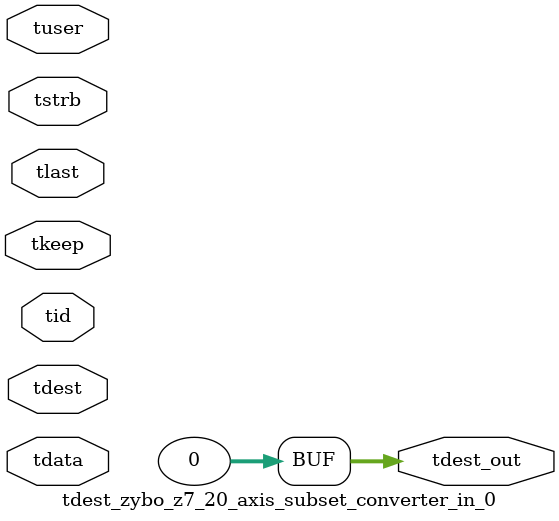
<source format=v>


`timescale 1ps/1ps

module tdest_zybo_z7_20_axis_subset_converter_in_0 #
(
parameter C_S_AXIS_TDATA_WIDTH = 32,
parameter C_S_AXIS_TUSER_WIDTH = 0,
parameter C_S_AXIS_TID_WIDTH   = 0,
parameter C_S_AXIS_TDEST_WIDTH = 0,
parameter C_M_AXIS_TDEST_WIDTH = 32
)
(
input  [(C_S_AXIS_TDATA_WIDTH == 0 ? 1 : C_S_AXIS_TDATA_WIDTH)-1:0     ] tdata,
input  [(C_S_AXIS_TUSER_WIDTH == 0 ? 1 : C_S_AXIS_TUSER_WIDTH)-1:0     ] tuser,
input  [(C_S_AXIS_TID_WIDTH   == 0 ? 1 : C_S_AXIS_TID_WIDTH)-1:0       ] tid,
input  [(C_S_AXIS_TDEST_WIDTH == 0 ? 1 : C_S_AXIS_TDEST_WIDTH)-1:0     ] tdest,
input  [(C_S_AXIS_TDATA_WIDTH/8)-1:0 ] tkeep,
input  [(C_S_AXIS_TDATA_WIDTH/8)-1:0 ] tstrb,
input                                                                    tlast,
output [C_M_AXIS_TDEST_WIDTH-1:0] tdest_out
);

assign tdest_out = {1'b0};

endmodule


</source>
